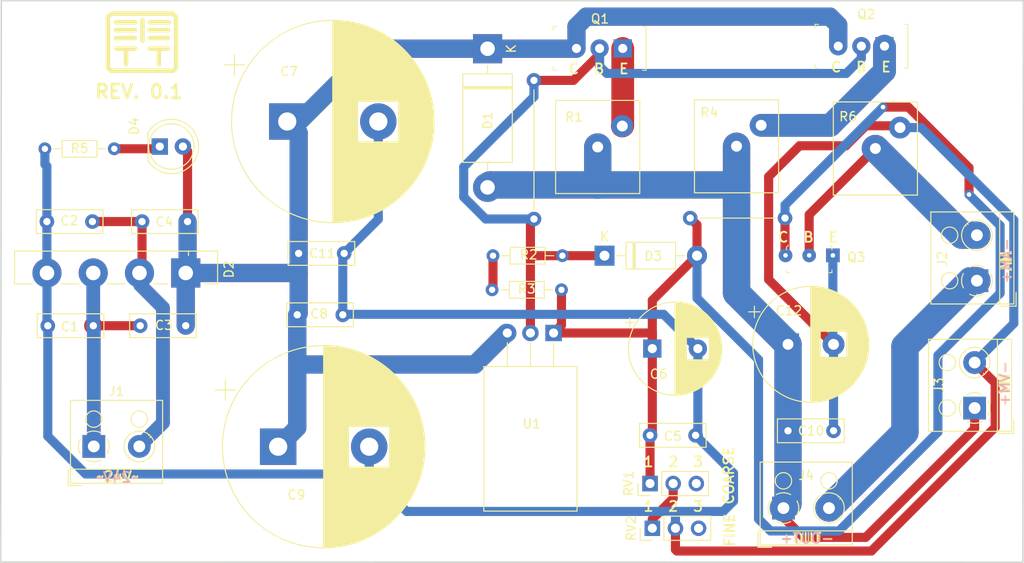
<source format=kicad_pcb>
(kicad_pcb (version 20171130) (host pcbnew "(5.1.12)-1")
  (layers (0 F.Cu signal) (31 B.Cu signal) (34 B.Paste user) (35 F.Paste user) (36 B.SilkS user) (37 F.SilkS user) (38 B.Mask user) (39 F.Mask user) (44 Edge.Cuts user))
  (net 0 "")
  (net 1 GND)
  (net 2 "Net-(C1-Pad1)")
  (net 3 "Net-(C2-Pad2)")
  (net 4 /V_REG_IN)
  (net 5 "Net-(C5-Pad1)")
  (net 6 "Net-(C10-Pad1)")
  (net 7 "Net-(D3-Pad1)")
  (net 8 "Net-(D4-Pad1)")
  (net 9 "Net-(Q1-Pad1)")
  (net 10 "Net-(Q2-Pad1)")
  (net 11 "Net-(R2-Pad2)")
  (net 12 "Net-(RV1-Pad2)")
  (net 13 "Net-(J2-Pad1)")
  (net 14 "Net-(J2-Pad2)")
  (module Resistor_THT:R_Axial_DIN0207_L6.3mm_D2.5mm_P15.24mm_Horizontal (layer F.Cu) (at 178.4 90.4 180)
    (fp_text reference REF**_7 hide)
    (fp_text value R_Axial_DIN0207_L6.3mm_D2.5mm_P15.24mm_Horizontal)
    (pad 1 thru_hole circle (at 4.826 0 180) (size 1.6 1.6) (drill 0.8) (layers *.Cu *.Mask) (net 5 "Net-(C5-Pad1)"))
    (pad 2 thru_hole oval (at 15.24 0 180) (size 1.6 1.6) (drill 0.8) (layers *.Cu *.Mask) (net 5 "Net-(C5-Pad1)"))
  )
  (module Resistor_THT:R_Axial_DIN0207_L6.3mm_D2.5mm_P15.24mm_Horizontal (layer F.Cu) (at 146 90.5 90)
    (fp_text reference REF**_6 hide)
    (fp_text value R_Axial_DIN0207_L6.3mm_D2.5mm_P15.24mm_Horizontal)
    (pad 2 thru_hole oval (at 15.24 0 90) (size 1.6 1.6) (drill 0.8) (layers *.Cu *.Mask) (net 7 "Net-(D3-Pad1)"))
    (pad 1 thru_hole circle (at 0 0 90) (size 1.6 1.6) (drill 0.8) (layers *.Cu *.Mask) (net 7 "Net-(D3-Pad1)"))
  )
  (module Capacitor_THT:CP_Radial_D12.5mm_P5.00mm (layer F.Cu) (at 173.902 104.282)
    (fp_text reference C12 (at 0.1 -3.7) (layer F.SilkS))
    (fp_text value 1000u/50V)
    (pad 1 thru_hole rect (at 0 0) (size 2.4 2.4) (drill 1.2) (layers *.Cu *.Mask) (net 6 "Net-(C10-Pad1)"))
    (pad 2 thru_hole circle (at 5 0) (size 2.4 2.4) (drill 1.2) (layers *.Cu *.Mask) (net 1 GND))
  )
  (module digikey_footprints.pretty:TO-92-3_Formed_Leads (layer F.Cu) (at 177.5 94.5 180)
    (fp_text reference Q3 (at -3.9 -0.2 180) (layer F.SilkS))
    (fp_text value BC337)
    (pad 2 thru_hole circle (at 1.27 0 180) (size 1.5 1.5) (drill 0.5) (layers *.Cu *.Mask) (net 14 "Net-(J2-Pad2)"))
    (pad 3 thru_hole circle (at 3.87 0 180) (size 1.5 1.5) (drill 0.5) (layers *.Cu *.Mask) (net 5 "Net-(C5-Pad1)"))
    (pad 1 thru_hole rect (at -1.33 0 180) (size 1.5 1.5) (drill 0.5) (layers *.Cu *.Mask) (net 1 GND))
  )
  (module Capacitor_THT:CP_Radial_D22.0mm_P10.00mm_SnapIn (layer F.Cu) (at 118.902 79.7825)
    (fp_text reference C7 (at 0.2 -5.5) (layer F.SilkS))
    (fp_text value 3300u/50V)
    (pad 2 thru_hole circle (at 10 0) (size 4 4) (drill 2) (layers *.Cu *.Mask) (net 1 GND))
    (pad 1 thru_hole rect (at 0 0) (size 4 4) (drill 2) (layers *.Cu *.Mask) (net 4 /V_REG_IN))
  )
  (module MountingHole:MountingHole_3.2mm_M3 (layer F.Cu) (at 196.25 123.75)
    (fp_text reference REF**_5 hide)
    (fp_text value MountingHole_3.2mm_M3)
    (pad 1 np_thru_hole circle (at 0 0) (size 3.2 3.2) (drill 3.2) (layers *.Cu *.Mask))
  )
  (module MountingHole:MountingHole_3.2mm_M3 (layer F.Cu) (at 196.25 70)
    (fp_text reference REF**_4 hide)
    (fp_text value MountingHole_3.2mm_M3)
    (pad 1 np_thru_hole circle (at 0 0) (size 3.2 3.2) (drill 3.2) (layers *.Cu *.Mask))
  )
  (module MountingHole:MountingHole_3.2mm_M3 (layer F.Cu) (at 91 70)
    (fp_text reference REF**_3 hide)
    (fp_text value MountingHole_3.2mm_M3)
    (pad 1 np_thru_hole circle (at 0 0) (size 3.2 3.2) (drill 3.2) (layers *.Cu *.Mask))
  )
  (module Diode_THT:D_DO-41_SOD81_P10.16mm_Horizontal (layer F.Cu) (at 153.75 94.5325)
    (fp_text reference D3 (at 5.35 0.05) (layer F.SilkS))
    (fp_text value 1N4007)
    (fp_text user K (at 0 -2.1) (layer F.SilkS))
    (pad 2 thru_hole oval (at 10.16 0) (size 2.2 2.2) (drill 1.1) (layers *.Cu *.Mask) (net 5 "Net-(C5-Pad1)"))
    (pad 1 thru_hole rect (at 0 0) (size 2.2 2.2) (drill 1.1) (layers *.Cu *.Mask) (net 7 "Net-(D3-Pad1)"))
  )
  (module Capacitor_THT:C_Rect_L7.2mm_W2.5mm_P5.00mm_FKS2_FKP2_MKS2_MKP2 (layer F.Cu) (at 97.6025 102.232 180)
    (fp_text reference C1 (at 2.6 -0.1 180) (layer F.SilkS))
    (fp_text value 0.1u/63V)
    (pad 2 thru_hole circle (at 5 0 180) (size 1.6 1.6) (drill 0.8) (layers *.Cu *.Mask) (net 1 GND))
    (pad 1 thru_hole circle (at 0 0 180) (size 1.6 1.6) (drill 0.8) (layers *.Cu *.Mask) (net 2 "Net-(C1-Pad1)"))
  )
  (module Capacitor_THT:C_Rect_L7.2mm_W2.5mm_P5.00mm_FKS2_FKP2_MKS2_MKP2 (layer F.Cu) (at 92.5025 90.7825)
    (fp_text reference C2 (at 2.45 -0.1) (layer F.SilkS))
    (fp_text value 0.1u/63V)
    (pad 1 thru_hole circle (at 0 0) (size 1.6 1.6) (drill 0.8) (layers *.Cu *.Mask) (net 1 GND))
    (pad 2 thru_hole circle (at 5 0) (size 1.6 1.6) (drill 0.8) (layers *.Cu *.Mask) (net 3 "Net-(C2-Pad2)"))
  )
  (module Capacitor_THT:C_Rect_L7.2mm_W2.5mm_P5.00mm_FKS2_FKP2_MKS2_MKP2 (layer F.Cu) (at 102.752 102.232)
    (fp_text reference C3 (at 2.6 -0.05) (layer F.SilkS))
    (fp_text value 0.1u/63V)
    (pad 1 thru_hole circle (at 0 0) (size 1.6 1.6) (drill 0.8) (layers *.Cu *.Mask) (net 2 "Net-(C1-Pad1)"))
    (pad 2 thru_hole circle (at 5 0) (size 1.6 1.6) (drill 0.8) (layers *.Cu *.Mask) (net 4 /V_REG_IN))
  )
  (module Capacitor_THT:C_Rect_L7.2mm_W2.5mm_P5.00mm_FKS2_FKP2_MKS2_MKP2 (layer F.Cu) (at 107.952 90.7825 180)
    (fp_text reference C4 (at 2.55 -0.05 180) (layer F.SilkS))
    (fp_text value 0.1u/63V)
    (pad 2 thru_hole circle (at 5 0 180) (size 1.6 1.6) (drill 0.8) (layers *.Cu *.Mask) (net 3 "Net-(C2-Pad2)"))
    (pad 1 thru_hole circle (at 0 0 180) (size 1.6 1.6) (drill 0.8) (layers *.Cu *.Mask) (net 4 /V_REG_IN))
  )
  (module Capacitor_THT:C_Rect_L7.2mm_W2.5mm_P5.00mm_FKS2_FKP2_MKS2_MKP2 (layer F.Cu) (at 158.75 114.282)
    (fp_text reference C5 (at 2.5 0.1) (layer F.SilkS))
    (fp_text value 0.1u/63V)
    (pad 1 thru_hole circle (at 0 0) (size 1.6 1.6) (drill 0.8) (layers *.Cu *.Mask) (net 5 "Net-(C5-Pad1)"))
    (pad 2 thru_hole circle (at 5 0) (size 1.6 1.6) (drill 0.8) (layers *.Cu *.Mask) (net 1 GND))
  )
  (module Capacitor_THT:CP_Radial_D10.0mm_P5.00mm (layer F.Cu) (at 159 104.75)
    (fp_text reference C6 (at 0.7 2.8) (layer F.SilkS))
    (fp_text value 150u/50V)
    (pad 1 thru_hole rect (at 0 0) (size 2 2) (drill 1) (layers *.Cu *.Mask) (net 5 "Net-(C5-Pad1)"))
    (pad 2 thru_hole circle (at 5 0) (size 2 2) (drill 1) (layers *.Cu *.Mask) (net 1 GND))
  )
  (module Capacitor_THT:C_Rect_L7.2mm_W2.5mm_P5.00mm_FKS2_FKP2_MKS2_MKP2 (layer F.Cu) (at 120 101.032)
    (fp_text reference C8 (at 2.4 -0.1) (layer F.SilkS))
    (fp_text value 0.1u/63V)
    (pad 2 thru_hole circle (at 5 0) (size 1.6 1.6) (drill 0.8) (layers *.Cu *.Mask) (net 1 GND))
    (pad 1 thru_hole circle (at 0 0) (size 1.6 1.6) (drill 0.8) (layers *.Cu *.Mask) (net 4 /V_REG_IN))
  )
  (module Capacitor_THT:CP_Radial_D22.0mm_P10.00mm_SnapIn (layer F.Cu) (at 117.902 115.532)
    (fp_text reference C9 (at 2 5.3) (layer F.SilkS))
    (fp_text value 3300u/50V)
    (pad 1 thru_hole rect (at 0 0) (size 4 4) (drill 2) (layers *.Cu *.Mask) (net 4 /V_REG_IN))
    (pad 2 thru_hole circle (at 10 0) (size 4 4) (drill 2) (layers *.Cu *.Mask) (net 1 GND))
  )
  (module Capacitor_THT:C_Rect_L7.2mm_W2.5mm_P5.00mm_FKS2_FKP2_MKS2_MKP2 (layer F.Cu) (at 173.902 113.782)
    (fp_text reference C10 (at 2.534999 0.0025) (layer F.SilkS))
    (fp_text value 0.1u/63V)
    (pad 2 thru_hole circle (at 5 0) (size 1.6 1.6) (drill 0.8) (layers *.Cu *.Mask) (net 1 GND))
    (pad 1 thru_hole circle (at 0 0) (size 1.6 1.6) (drill 0.8) (layers *.Cu *.Mask) (net 6 "Net-(C10-Pad1)"))
  )
  (module Capacitor_THT:C_Rect_L7.2mm_W2.5mm_P5.00mm_FKS2_FKP2_MKS2_MKP2 (layer F.Cu) (at 120.152 94.2825)
    (fp_text reference C11 (at 2.6 0) (layer F.SilkS))
    (fp_text value 0.1u/63V)
    (pad 1 thru_hole circle (at 0 0) (size 1.6 1.6) (drill 0.8) (layers *.Cu *.Mask) (net 4 /V_REG_IN))
    (pad 2 thru_hole circle (at 5 0) (size 1.6 1.6) (drill 0.8) (layers *.Cu *.Mask) (net 1 GND))
  )
  (module Diode_THT:D_DO-201AD_P15.24mm_Horizontal (layer F.Cu) (at 140.902 71.7825 270)
    (fp_text reference D1 (at 7.9 0 270) (layer F.SilkS))
    (fp_text value MUR420)
    (fp_text user K (at 0 -2.6 270) (layer F.SilkS))
    (pad 1 thru_hole rect (at 0 0 270) (size 3.2 3.2) (drill 1.6) (layers *.Cu *.Mask) (net 4 /V_REG_IN))
    (pad 2 thru_hole oval (at 15.24 0 270) (size 3.2 3.2) (drill 1.6) (layers *.Cu *.Mask) (net 6 "Net-(C10-Pad1)"))
  )
  (module Diode_THT:Diode_Bridge_Vishay_GBU (layer F.Cu) (at 107.752 96.4325 180)
    (fp_text reference D2 (at -4.7475 0.4 90) (layer F.SilkS))
    (fp_text value GBU8M)
    (pad 4 thru_hole circle (at 15.24 0 180) (size 3.2 3.2) (drill 1.6) (layers *.Cu *.Mask) (net 1 GND))
    (pad 3 thru_hole circle (at 10.16 0 180) (size 3.2 3.2) (drill 1.6) (layers *.Cu *.Mask) (net 2 "Net-(C1-Pad1)"))
    (pad 2 thru_hole circle (at 5.08 0 180) (size 3.2 3.2) (drill 1.6) (layers *.Cu *.Mask) (net 3 "Net-(C2-Pad2)"))
    (pad 1 thru_hole rect (at 0 0 180) (size 3.2 3.2) (drill 1.6) (layers *.Cu *.Mask) (net 4 /V_REG_IN))
  )
  (module LED_THT:LED_D5.0mm (layer F.Cu) (at 104.902 82.5325)
    (fp_text reference D4 (at -2.8025 -2.2325 270) (layer F.SilkS))
    (fp_text value PWR_LED)
    (pad 1 thru_hole rect (at 0 0) (size 1.8 1.8) (drill 0.9) (layers *.Cu *.Mask) (net 8 "Net-(D4-Pad1)"))
    (pad 2 thru_hole circle (at 2.54 0) (size 1.8 1.8) (drill 0.9) (layers *.Cu *.Mask) (net 4 /V_REG_IN))
  )
  (module TerminalBlock_RND:TerminalBlock_RND_205-00001_1x02_P5.00mm_Horizontal (layer F.Cu) (at 97.6525 115.5)
    (fp_text reference J1 (at 2.5 -6.06) (layer F.SilkS))
    (fp_text value "TR(24Vac)")
    (pad 2 thru_hole circle (at 5 0) (size 2.5 2.5) (drill 1.3) (layers *.Cu *.Mask) (net 3 "Net-(C2-Pad2)"))
    (pad 1 thru_hole rect (at 0 0) (size 2.5 2.5) (drill 1.3) (layers *.Cu *.Mask) (net 2 "Net-(C1-Pad1)"))
  )
  (module TerminalBlock_RND:TerminalBlock_RND_205-00001_1x02_P5.00mm_Horizontal (layer F.Cu) (at 194.652 97.2825 90)
    (fp_text reference J2 (at 2.4 -3.8 90) (layer F.SilkS))
    (fp_text value AMP_MEAS)
    (pad 1 thru_hole rect (at 0 0 90) (size 2.5 2.5) (drill 1.3) (layers *.Cu *.Mask) (net 13 "Net-(J2-Pad1)"))
    (pad 2 thru_hole circle (at 5 0 90) (size 2.5 2.5) (drill 1.3) (layers *.Cu *.Mask) (net 14 "Net-(J2-Pad2)"))
  )
  (module TerminalBlock_RND:TerminalBlock_RND_205-00001_1x02_P5.00mm_Horizontal (layer F.Cu) (at 194.402 111.282 90)
    (fp_text reference J3 (at 2.5 -3.9 90) (layer F.SilkS))
    (fp_text value VOLT_MEAS)
    (pad 1 thru_hole rect (at 0 0 90) (size 2.5 2.5) (drill 1.3) (layers *.Cu *.Mask) (net 6 "Net-(C10-Pad1)"))
    (pad 2 thru_hole circle (at 5 0 90) (size 2.5 2.5) (drill 1.3) (layers *.Cu *.Mask) (net 1 GND))
  )
  (module TerminalBlock_RND:TerminalBlock_RND_205-00001_1x02_P5.00mm_Horizontal (layer F.Cu) (at 173.402 122.282)
    (fp_text reference J4 (at 2.5 -3.6) (layer F.SilkS))
    (fp_text value V_REG_OUT)
    (pad 2 thru_hole circle (at 5 0) (size 2.5 2.5) (drill 1.3) (layers *.Cu *.Mask) (net 13 "Net-(J2-Pad1)"))
    (pad 1 thru_hole rect (at 0 0) (size 2.5 2.5) (drill 1.3) (layers *.Cu *.Mask) (net 6 "Net-(C10-Pad1)"))
  )
  (module digikey_footprints.pretty:TO-220-3 (layer F.Cu) (at 155.75 71.75 180)
    (fp_text reference Q1 (at 2.5 3.25 180) (layer F.SilkS))
    (fp_text value TIP41C)
    (pad 1 thru_hole rect (at 0 0 180) (size 2 2) (drill 1) (layers *.Cu *.Mask) (net 9 "Net-(Q1-Pad1)"))
    (pad 2 thru_hole circle (at 2.54 0 180) (size 2 2) (drill 1) (layers *.Cu *.Mask) (net 7 "Net-(D3-Pad1)"))
    (pad 3 thru_hole circle (at 5.08 0 180) (size 2 2) (drill 1) (layers *.Cu *.Mask) (net 4 /V_REG_IN))
  )
  (module digikey_footprints.pretty:TO-220-3 (layer F.Cu) (at 184.5 71.5 180)
    (fp_text reference Q2 (at 2 3.5 180) (layer F.SilkS))
    (fp_text value TIP41C)
    (pad 3 thru_hole circle (at 5.08 0 180) (size 2 2) (drill 1) (layers *.Cu *.Mask) (net 4 /V_REG_IN))
    (pad 2 thru_hole circle (at 2.54 0 180) (size 2 2) (drill 1) (layers *.Cu *.Mask) (net 7 "Net-(D3-Pad1)"))
    (pad 1 thru_hole rect (at 0 0 180) (size 2 2) (drill 1) (layers *.Cu *.Mask) (net 10 "Net-(Q2-Pad1)"))
  )
  (module Resistor_THT:R_Radial_Power_L9.0mm_W10.0mm_Px2.70mm_Py2.30mm (layer F.Cu) (at 153 82.5825)
    (fp_text reference R1 (at -2.6 -3.3) (layer F.SilkS))
    (fp_text value 0.12/5W)
    (pad 2 thru_hole circle (at 2.7 -2.3) (size 2.4 2.4) (drill 1.2) (layers *.Cu *.Mask) (net 9 "Net-(Q1-Pad1)"))
    (pad 1 thru_hole circle (at 0 0) (size 2.4 2.4) (drill 1.2) (layers *.Cu *.Mask) (net 6 "Net-(C10-Pad1)"))
  )
  (module Resistor_THT:R_Axial_DIN0204_L3.6mm_D1.6mm_P7.62mm_Horizontal (layer F.Cu) (at 149.12 94.5325 180)
    (fp_text reference R2 (at 3.7 0.1 180) (layer F.SilkS))
    (fp_text value 120)
    (pad 1 thru_hole circle (at 0 0 180) (size 1.4 1.4) (drill 0.7) (layers *.Cu *.Mask) (net 7 "Net-(D3-Pad1)"))
    (pad 2 thru_hole oval (at 7.62 0 180) (size 1.4 1.4) (drill 0.7) (layers *.Cu *.Mask) (net 11 "Net-(R2-Pad2)"))
  )
  (module Resistor_THT:R_Axial_DIN0204_L3.6mm_D1.6mm_P7.62mm_Horizontal (layer F.Cu) (at 141.402 98.2825)
    (fp_text reference R3 (at 3.8 -0.1) (layer F.SilkS))
    (fp_text value 120)
    (pad 1 thru_hole circle (at 0 0) (size 1.4 1.4) (drill 0.7) (layers *.Cu *.Mask) (net 11 "Net-(R2-Pad2)"))
    (pad 2 thru_hole oval (at 7.62 0) (size 1.4 1.4) (drill 0.7) (layers *.Cu *.Mask) (net 5 "Net-(C5-Pad1)"))
  )
  (module Resistor_THT:R_Radial_Power_L9.0mm_W10.0mm_Px2.70mm_Py2.30mm (layer F.Cu) (at 168.25 82.5)
    (fp_text reference R4 (at -3 -3.7) (layer F.SilkS))
    (fp_text value 0.12/5W)
    (pad 1 thru_hole circle (at 0 0) (size 2.4 2.4) (drill 1.2) (layers *.Cu *.Mask) (net 6 "Net-(C10-Pad1)"))
    (pad 2 thru_hole circle (at 2.7 -2.3) (size 2.4 2.4) (drill 1.2) (layers *.Cu *.Mask) (net 10 "Net-(Q2-Pad1)"))
  )
  (module Resistor_THT:R_Axial_DIN0204_L3.6mm_D1.6mm_P7.62mm_Horizontal (layer F.Cu) (at 99.9025 82.7825 180)
    (fp_text reference R5 (at 3.81 0.05 180) (layer F.SilkS))
    (fp_text value 6K8)
    (pad 2 thru_hole oval (at 7.62 0 180) (size 1.4 1.4) (drill 0.7) (layers *.Cu *.Mask) (net 1 GND))
    (pad 1 thru_hole circle (at 0 0 180) (size 1.4 1.4) (drill 0.7) (layers *.Cu *.Mask) (net 8 "Net-(D4-Pad1)"))
  )
  (module Connector_PinHeader_2.54mm:PinHeader_1x03_P2.54mm_Vertical (layer F.Cu) (at 158.75 119.582 90)
    (fp_text reference RV1 (at 0 -2.33 90) (layer F.SilkS))
    (fp_text value 5K)
    (pad 1 thru_hole rect (at 0 0 90) (size 1.7 1.7) (drill 1) (layers *.Cu *.Mask) (net 5 "Net-(C5-Pad1)"))
    (pad 2 thru_hole oval (at 0 2.54 90) (size 1.7 1.7) (drill 1) (layers *.Cu *.Mask) (net 12 "Net-(RV1-Pad2)"))
    (pad 3 thru_hole oval (at 0 5.08 90) (size 1.7 1.7) (drill 1) (layers *.Cu *.Mask))
  )
  (module Connector_PinHeader_2.54mm:PinHeader_1x03_P2.54mm_Vertical (layer F.Cu) (at 159 124.5 90)
    (fp_text reference RV2 (at 0 -2.33 90) (layer F.SilkS))
    (fp_text value 500)
    (pad 3 thru_hole oval (at 0 5.08 90) (size 1.7 1.7) (drill 1) (layers *.Cu *.Mask))
    (pad 2 thru_hole oval (at 0 2.54 90) (size 1.7 1.7) (drill 1) (layers *.Cu *.Mask) (net 1 GND))
    (pad 1 thru_hole rect (at 0 0 90) (size 1.7 1.7) (drill 1) (layers *.Cu *.Mask) (net 12 "Net-(RV1-Pad2)"))
  )
  (module Package_TO_SOT_THT:TO-220-3_Horizontal (layer F.Cu) (at 148.152 103.032 180)
    (fp_text reference U1 (at 2.4025 -9.9675 180) (layer F.SilkS))
    (fp_text value LM317)
    (pad 0 np_thru_hole oval (at 2.54 -16.66 180) (size 3.5 3.5) (drill 3.5) (layers *.Cu *.Mask))
    (pad 1 thru_hole rect (at 0 0 180) (size 1.8 1.8) (drill 1) (layers *.Cu *.Mask) (net 5 "Net-(C5-Pad1)"))
    (pad 2 thru_hole oval (at 2.54 0 180) (size 1.8 1.8) (drill 1) (layers *.Cu *.Mask) (net 7 "Net-(D3-Pad1)"))
    (pad 3 thru_hole oval (at 5.08 0 180) (size 1.8 1.8) (drill 1) (layers *.Cu *.Mask) (net 4 /V_REG_IN))
  )
  (module Resistor_THT:R_Radial_Power_L9.0mm_W10.0mm_Px2.70mm_Py2.30mm (layer F.Cu) (at 183.5 82.75)
    (fp_text reference R6 (at -3 -3.5) (layer F.SilkS))
    (fp_text value 0.12/5W)
    (pad 1 thru_hole circle (at 0 0) (size 2.4 2.4) (drill 1.2) (layers *.Cu *.Mask) (net 14 "Net-(J2-Pad2)"))
    (pad 2 thru_hole circle (at 2.7 -2.3) (size 2.4 2.4) (drill 1.2) (layers *.Cu *.Mask) (net 1 GND))
  )
  (module MountingHole:MountingHole_3.2mm_M3 (layer F.Cu) (at 91 123.5)
    (fp_text reference REF**_2 hide)
    (fp_text value MountingHole_3.2mm_M3)
    (pad 1 np_thru_hole circle (at 0 0) (size 3.2 3.2) (drill 3.2) (layers *.Cu *.Mask))
  )
  (module myfootprints.pretty:my_logo (layer F.Cu) (at 103 71.7)
    (fp_text reference REF** hide)
    (fp_text value my_logo hide)
  )
  (gr_text "1  2  3" (at 161.3 122.1) (layer F.SilkS) (effects (font (size 1.1 1.1) (thickness 0.2))))
  (gr_text "1  2  3" (at 161.3 117.2) (layer F.SilkS) (effects (font (size 1.1 1.1) (thickness 0.2))))
  (gr_text "C  B  E" (at 176.1 92.5) (layer F.SilkS) (effects (font (size 1.1 1.1) (thickness 0.2))))
  (gr_text "C  B  E" (at 181.9 73.8) (layer F.SilkS) (effects (font (size 1.1 1.1) (thickness 0.2))))
  (gr_text "C  B  E" (at 153.1 74) (layer F.SilkS) (effects (font (size 1.1 1.1) (thickness 0.2))))
  (gr_text "REV. 0.1" (at 102.6 76.5) (layer F.SilkS) (effects (font (size 1.5 1.5) (thickness 0.3))))
  (gr_text COARSE (at 167.4 118.7 90) (layer F.SilkS) (effects (font (size 1.1 1.1) (thickness 0.2))))
  (gr_text FINE (at 167.5 124.7 90) (layer F.SilkS) (effects (font (size 1.1 1.1) (thickness 0.2))))
  (gr_text -VM+ (at 197.7 108.6 90) (layer B.SilkS) (effects (font (size 1.1 1.1) (thickness 0.2)) (justify mirror)))
  (gr_text +VM- (at 197.7 108.6 90) (layer F.SilkS) (effects (font (size 1.1 1.1) (thickness 0.2))))
  (gr_text +AM- (at 197.9 95.1 90) (layer F.SilkS) (effects (font (size 1.1 1.1) (thickness 0.2))))
  (gr_text -AM+ (at 197.9 95.1 90) (layer B.SilkS) (effects (font (size 1.1 1.1) (thickness 0.2)) (justify mirror)))
  (gr_text ~~24V~~ (at 100.3 118.8) (layer F.SilkS) (effects (font (size 1.1 1.1) (thickness 0.2))))
  (gr_text ~~24V~~ (at 100.2 118.9) (layer B.SilkS) (effects (font (size 1.1 1.1) (thickness 0.2)) (justify mirror)))
  (gr_text -OUT+ (at 176 125.6) (layer B.SilkS) (effects (font (size 1.1 1.1) (thickness 0.2)) (justify mirror)))
  (gr_text +OUT- (at 176 125.6) (layer F.SilkS) (effects (font (size 1.1 1.1) (thickness 0.2))))
  (gr_line (start 87.4268 128.20904) (end 87.5 66.5) (layer Edge.Cuts) (width 0.15))
  (gr_line (start 199.69988 128.23444) (end 87.4268 128.20904) (layer Edge.Cuts) (width 0.15))
  (gr_line (start 199.75 66.5) (end 199.69988 128.23444) (layer Edge.Cuts) (width 0.15))
  (gr_line (start 87.5 66.5) (end 199.75 66.5) (layer Edge.Cuts) (width 0.15))
  (segment (start 194.402 106.282) (end 198.7013 101.9827) (width 1) (layer B.Cu) (net 1))
  (segment (start 198.7013 101.9827) (end 198.7013 90.6105) (width 1) (layer B.Cu) (net 1))
  (segment (start 198.7013 90.6105) (end 188.5408 80.45) (width 1) (layer B.Cu) (net 1))
  (segment (start 188.5408 80.45) (end 186.2 80.45) (width 1) (layer B.Cu) (net 1))
  (segment (start 161.54 122.6499) (end 166.7847 122.6499) (width 1) (layer B.Cu) (net 1))
  (segment (start 166.7847 122.6499) (end 167.9139 121.5207) (width 1) (layer B.Cu) (net 1))
  (segment (start 163.75 114.282) (end 167.9139 118.4459) (width 1) (layer B.Cu) (net 1))
  (segment (start 167.9139 118.4459) (end 167.9139 121.5207) (width 1) (layer B.Cu) (net 1))
  (segment (start 178.902 113.782) (end 178.902 104.282) (width 1) (layer B.Cu) (net 1))
  (segment (start 178.902 104.282) (end 178.83 104.21) (width 1) (layer B.Cu) (net 1))
  (segment (start 178.83 104.21) (end 178.83 94.5) (width 1) (layer B.Cu) (net 1))
  (segment (start 127.902 118.5326) (end 132.0193 122.6499) (width 1) (layer B.Cu) (net 1))
  (segment (start 132.0193 122.6499) (end 161.54 122.6499) (width 1) (layer B.Cu) (net 1))
  (segment (start 127.902 115.532) (end 127.902 118.5326) (width 1) (layer B.Cu) (net 1))
  (segment (start 127.902 118.5326) (end 96.7579 118.5326) (width 1) (layer B.Cu) (net 1))
  (segment (start 96.7579 118.5326) (end 92.6025 114.3772) (width 1) (layer B.Cu) (net 1))
  (segment (start 92.6025 114.3772) (end 92.6025 102.232) (width 1) (layer B.Cu) (net 1))
  (segment (start 92.6025 102.232) (end 92.512 102.1415) (width 1) (layer B.Cu) (net 1))
  (segment (start 92.512 102.1415) (end 92.512 96.4325) (width 1) (layer B.Cu) (net 1))
  (segment (start 125.152 94.2825) (end 128.902 90.5325) (width 1) (layer B.Cu) (net 1))
  (segment (start 128.902 90.5325) (end 128.902 79.7825) (width 1) (layer B.Cu) (net 1))
  (segment (start 125 101.032) (end 125 94.4345) (width 1) (layer B.Cu) (net 1))
  (segment (start 125 94.4345) (end 125.152 94.2825) (width 1) (layer B.Cu) (net 1))
  (segment (start 92.512 96.4325) (end 92.5025 96.423) (width 1) (layer B.Cu) (net 1))
  (segment (start 92.5025 96.423) (end 92.5025 90.7825) (width 1) (layer B.Cu) (net 1))
  (segment (start 164 104.75) (end 160.2315 100.9815) (width 1) (layer B.Cu) (net 1))
  (segment (start 160.2315 100.9815) (end 125.0505 100.9815) (width 1) (layer B.Cu) (net 1))
  (segment (start 125.0505 100.9815) (end 125 101.032) (width 1) (layer B.Cu) (net 1))
  (segment (start 163.75 114.282) (end 164 114.032) (width 1) (layer B.Cu) (net 1))
  (segment (start 164 114.032) (end 164 104.75) (width 1) (layer B.Cu) (net 1))
  (segment (start 92.2825 82.7825) (end 92.2825 84.4826) (width 1) (layer B.Cu) (net 1))
  (segment (start 92.2825 84.4826) (end 92.5025 84.7026) (width 1) (layer B.Cu) (net 1))
  (segment (start 92.5025 84.7026) (end 92.5025 90.7825) (width 1) (layer B.Cu) (net 1))
  (segment (start 161.54 124.5) (end 161.54 122.6499) (width 1) (layer B.Cu) (net 1))
  (segment (start 161.54 126.84) (end 161.54 124.5) (width 1) (layer F.Cu) (net 1))
  (segment (start 161.70001 127.00001) (end 161.54 126.84) (width 1) (layer F.Cu) (net 1))
  (segment (start 183.056359 127.00001) (end 161.70001 127.00001) (width 1) (layer F.Cu) (net 1))
  (segment (start 196.652001 113.404368) (end 183.056359 127.00001) (width 1) (layer F.Cu) (net 1))
  (segment (start 196.652001 108.532001) (end 196.652001 113.404368) (width 1) (layer F.Cu) (net 1))
  (segment (start 194.402 106.282) (end 196.652001 108.532001) (width 1) (layer F.Cu) (net 1))
  (segment (start 185.999964 80.249964) (end 186.2 80.45) (width 1) (layer F.Cu) (net 1))
  (segment (start 182.46445 80.249964) (end 185.999964 80.249964) (width 1) (layer F.Cu) (net 1))
  (segment (start 180.264404 82.45001) (end 182.46445 80.249964) (width 1) (layer F.Cu) (net 1))
  (segment (start 171.773999 85.842961) (end 175.16695 82.45001) (width 1) (layer F.Cu) (net 1))
  (segment (start 171.773999 97.153999) (end 171.773999 85.842961) (width 1) (layer F.Cu) (net 1))
  (segment (start 175.16695 82.45001) (end 180.264404 82.45001) (width 1) (layer F.Cu) (net 1))
  (segment (start 178.902 104.282) (end 171.773999 97.153999) (width 1) (layer F.Cu) (net 1))
  (segment (start 97.5925 99.3272) (end 97.592 99.3267) (width 1) (layer B.Cu) (net 2))
  (segment (start 97.592 99.3267) (end 97.592 96.4325) (width 1) (layer B.Cu) (net 2))
  (segment (start 97.5925 99.3272) (end 97.5925 102.222) (width 1.5) (layer B.Cu) (net 2))
  (segment (start 97.5925 96.4325) (end 97.5925 99.3272) (width 1.5) (layer B.Cu) (net 2))
  (segment (start 97.5925 99.3272) (end 97.592 99.3267) (width 1) (layer F.Cu) (net 2))
  (segment (start 97.592 99.3267) (end 97.592 96.4325) (width 1) (layer F.Cu) (net 2))
  (segment (start 97.5925 99.3272) (end 97.5925 102.222) (width 1.5) (layer F.Cu) (net 2))
  (segment (start 97.5925 96.4325) (end 97.5925 99.3272) (width 1.5) (layer F.Cu) (net 2))
  (segment (start 97.6525 115.5) (end 97.6525 102.282) (width 1.5) (layer F.Cu) (net 2))
  (segment (start 97.6525 102.282) (end 97.6025 102.232) (width 1.5) (layer F.Cu) (net 2))
  (segment (start 102.752 102.232) (end 97.6025 102.232) (width 1) (layer F.Cu) (net 2))
  (segment (start 97.5925 102.222) (end 97.6025 102.232) (width 2) (layer F.Cu) (net 2))
  (segment (start 97.6525 115.5) (end 97.6525 102.282) (width 1.5) (layer B.Cu) (net 2))
  (segment (start 97.6525 102.282) (end 97.6025 102.232) (width 1.5) (layer B.Cu) (net 2))
  (segment (start 102.6525 115.4995) (end 102.6525 115.5) (width 1) (layer B.Cu) (net 3))
  (segment (start 102.6525 115.4995) (end 105.25 112.902) (width 1.5) (layer B.Cu) (net 3))
  (segment (start 105.25 112.902) (end 105.25 100.25) (width 1.5) (layer B.Cu) (net 3))
  (segment (start 105.25 100.25) (end 102.75 97.75) (width 1.5) (layer B.Cu) (net 3))
  (segment (start 102.75 97.75) (end 102.75 96.51) (width 1.5) (layer B.Cu) (net 3))
  (segment (start 102.75 96.51) (end 102.672 96.4325) (width 1.5) (layer B.Cu) (net 3))
  (segment (start 102.652 115.5) (end 102.6525 115.4995) (width 1.5) (layer B.Cu) (net 3))
  (segment (start 102.952 90.7825) (end 102.952 96.1525) (width 1) (layer F.Cu) (net 3))
  (segment (start 102.952 96.1525) (end 102.672 96.4325) (width 1) (layer F.Cu) (net 3))
  (segment (start 97.5025 90.7825) (end 102.952 90.7825) (width 1) (layer F.Cu) (net 3))
  (segment (start 102.652 115.5) (end 105.25 112.902) (width 1.5) (layer F.Cu) (net 3))
  (segment (start 105.25 112.902) (end 105.25 100.25) (width 1.5) (layer F.Cu) (net 3))
  (segment (start 105.25 100.25) (end 102.75 97.75) (width 1.5) (layer F.Cu) (net 3))
  (segment (start 102.75 97.75) (end 102.75 96.51) (width 1.5) (layer F.Cu) (net 3))
  (segment (start 102.75 96.51) (end 102.672 96.4325) (width 1.5) (layer F.Cu) (net 3))
  (segment (start 120.152 96.5) (end 120.152 100.88) (width 2) (layer B.Cu) (net 4))
  (segment (start 120.152 100.88) (end 120 101.032) (width 2) (layer B.Cu) (net 4))
  (segment (start 120.152 94.2825) (end 120.152 96.5) (width 2) (layer B.Cu) (net 4))
  (segment (start 120.152 96.5) (end 120.152 100.88) (width 2) (layer F.Cu) (net 4))
  (segment (start 120.152 100.88) (end 120 101.032) (width 2) (layer F.Cu) (net 4))
  (segment (start 107.752 96.4325) (end 120.085 96.4325) (width 2) (layer F.Cu) (net 4))
  (segment (start 120.085 96.4325) (end 120.152 96.5) (width 2) (layer F.Cu) (net 4))
  (segment (start 107.952 90.7825) (end 107.952 96.2325) (width 2) (layer F.Cu) (net 4))
  (segment (start 107.952 96.2325) (end 107.752 96.4325) (width 2) (layer F.Cu) (net 4))
  (segment (start 107.752 102.232) (end 107.752 96.4325) (width 2) (layer F.Cu) (net 4))
  (segment (start 120.152 94.2825) (end 120.152 81.0325) (width 2) (layer F.Cu) (net 4))
  (segment (start 120.152 81.0325) (end 118.902 79.7825) (width 2) (layer F.Cu) (net 4))
  (segment (start 120 106.5) (end 120 113.435) (width 2) (layer F.Cu) (net 4))
  (segment (start 120 113.435) (end 117.902 115.532) (width 2) (layer F.Cu) (net 4))
  (segment (start 140.902 71.7825) (end 150.638 71.7825) (width 2) (layer F.Cu) (net 4))
  (segment (start 150.638 71.7825) (end 150.67 71.75) (width 2) (layer F.Cu) (net 4))
  (segment (start 120 101.032) (end 120 106.5) (width 2) (layer F.Cu) (net 4))
  (segment (start 179.42 71.5) (end 179.42 69.17) (width 2) (layer F.Cu) (net 4))
  (segment (start 179.42 69.17) (end 178.5 68.25) (width 2) (layer F.Cu) (net 4))
  (segment (start 178.5 68.25) (end 151.75 68.25) (width 2) (layer F.Cu) (net 4))
  (segment (start 151.75 68.25) (end 150.67 69.33) (width 2) (layer F.Cu) (net 4))
  (segment (start 150.67 69.33) (end 150.67 71.75) (width 2) (layer F.Cu) (net 4))
  (segment (start 120 106.5) (end 120 113.435) (width 2) (layer B.Cu) (net 4))
  (segment (start 120 113.435) (end 117.902 115.532) (width 2) (layer B.Cu) (net 4))
  (segment (start 107.952 90.7825) (end 107.952 96.2325) (width 2) (layer B.Cu) (net 4))
  (segment (start 107.952 96.2325) (end 107.752 96.4325) (width 2) (layer B.Cu) (net 4))
  (segment (start 140.902 71.7825) (end 150.638 71.7825) (width 2) (layer B.Cu) (net 4))
  (segment (start 150.638 71.7825) (end 150.67 71.75) (width 2) (layer B.Cu) (net 4))
  (segment (start 107.752 102.232) (end 107.752 96.4325) (width 2) (layer B.Cu) (net 4))
  (segment (start 120.152 94.2825) (end 120.152 81.0325) (width 2) (layer B.Cu) (net 4))
  (segment (start 120.152 81.0325) (end 118.902 79.7825) (width 2) (layer B.Cu) (net 4))
  (segment (start 120 101.032) (end 120 106.5) (width 2) (layer B.Cu) (net 4))
  (segment (start 179.42 71.5) (end 179.42 69.17) (width 2) (layer B.Cu) (net 4))
  (segment (start 179.42 69.17) (end 178.5 68.25) (width 2) (layer B.Cu) (net 4))
  (segment (start 178.5 68.25) (end 151.75 68.25) (width 2) (layer B.Cu) (net 4))
  (segment (start 151.75 68.25) (end 150.67 69.33) (width 2) (layer B.Cu) (net 4))
  (segment (start 150.67 69.33) (end 150.67 71.75) (width 2) (layer B.Cu) (net 4))
  (segment (start 120.152 94.2825) (end 120.152 96.5) (width 2) (layer F.Cu) (net 4))
  (segment (start 107.752 96.4325) (end 120.085 96.4325) (width 2) (layer B.Cu) (net 4))
  (segment (start 120.085 96.4325) (end 120.152 96.5) (width 2) (layer B.Cu) (net 4))
  (segment (start 107.952 90.7825) (end 107.952 83.0425) (width 1) (layer F.Cu) (net 4))
  (segment (start 107.952 83.0425) (end 107.442 82.5325) (width 1) (layer F.Cu) (net 4))
  (segment (start 143.072 103.032) (end 142.968 103.032) (width 2) (layer F.Cu) (net 4))
  (segment (start 142.968 103.032) (end 139.5 106.5) (width 2) (layer F.Cu) (net 4))
  (segment (start 139.5 106.5) (end 120 106.5) (width 2) (layer F.Cu) (net 4))
  (segment (start 143.072 103.032) (end 142.968 103.032) (width 2) (layer B.Cu) (net 4))
  (segment (start 142.968 103.032) (end 139.5 106.5) (width 2) (layer B.Cu) (net 4))
  (segment (start 139.5 106.5) (end 120 106.5) (width 2) (layer B.Cu) (net 4))
  (segment (start 140.902 71.7825) (end 128.218 71.7825) (width 2) (layer F.Cu) (net 4))
  (segment (start 128.218 71.7825) (end 120.218 79.7825) (width 2) (layer F.Cu) (net 4))
  (segment (start 120.218 79.7825) (end 118.902 79.7825) (width 2) (layer F.Cu) (net 4))
  (segment (start 140.902 71.7825) (end 128.218 71.7825) (width 2) (layer B.Cu) (net 4))
  (segment (start 128.218 71.7825) (end 120.218 79.7825) (width 2) (layer B.Cu) (net 4))
  (segment (start 120.218 79.7825) (end 118.902 79.7825) (width 2) (layer B.Cu) (net 4))
  (segment (start 184.337 78.2005) (end 187.12 78.2005) (width 1) (layer F.Cu) (net 5))
  (segment (start 187.12 78.2005) (end 193.7848 84.8653) (width 1) (layer F.Cu) (net 5))
  (segment (start 193.7848 84.8653) (end 193.7848 87.8155) (width 1) (layer F.Cu) (net 5))
  (segment (start 173.574 90.4) (end 173.574 88.9635) (width 1) (layer B.Cu) (net 5))
  (segment (start 173.574 88.9635) (end 184.337 78.2005) (width 1) (layer B.Cu) (net 5))
  (segment (start 193.7848 87.8155) (end 197.2012 91.2319) (width 1) (layer B.Cu) (net 5))
  (segment (start 197.2012 91.2319) (end 197.2012 98.6575) (width 1) (layer B.Cu) (net 5))
  (segment (start 197.2012 98.6575) (end 190.368 105.4907) (width 1) (layer B.Cu) (net 5))
  (segment (start 190.368 105.4907) (end 190.368 113.9224) (width 1) (layer B.Cu) (net 5))
  (segment (start 190.368 113.9224) (end 179.4957 124.7947) (width 1) (layer B.Cu) (net 5))
  (segment (start 179.4957 124.7947) (end 171.9834 124.7947) (width 1) (layer B.Cu) (net 5))
  (segment (start 171.9834 124.7947) (end 170.6656 123.4769) (width 1) (layer B.Cu) (net 5))
  (segment (start 170.6656 123.4769) (end 170.6656 105.9576) (width 1) (layer B.Cu) (net 5))
  (segment (start 170.6656 105.9576) (end 163.91 99.202) (width 1) (layer B.Cu) (net 5))
  (segment (start 163.91 99.202) (end 163.91 94.5325) (width 1) (layer B.Cu) (net 5))
  (segment (start 173.574 90.4) (end 173.574 94.444) (width 1) (layer F.Cu) (net 5))
  (segment (start 173.574 94.444) (end 173.63 94.5) (width 1) (layer F.Cu) (net 5))
  (segment (start 159 103.032) (end 159 104.75) (width 1) (layer F.Cu) (net 5))
  (segment (start 148.152 103.032) (end 159 103.032) (width 1) (layer F.Cu) (net 5))
  (segment (start 159 103.032) (end 159 99.4425) (width 1) (layer F.Cu) (net 5))
  (segment (start 159 99.4425) (end 163.91 94.5325) (width 1) (layer F.Cu) (net 5))
  (segment (start 159 104.75) (end 159 103.032) (width 1) (layer F.Cu) (net 5))
  (segment (start 149.022 98.2825) (end 149.022 102.162) (width 1) (layer F.Cu) (net 5))
  (segment (start 149.022 102.162) (end 148.152 103.032) (width 1) (layer F.Cu) (net 5))
  (segment (start 159 104.75) (end 159 114.032) (width 1) (layer F.Cu) (net 5))
  (segment (start 159 114.032) (end 158.75 114.282) (width 1) (layer F.Cu) (net 5))
  (segment (start 158.75 114.282) (end 158.75 119.582) (width 1) (layer F.Cu) (net 5))
  (segment (start 163.942 94.5) (end 163.91 94.5325) (width 1) (layer F.Cu) (net 5))
  (segment (start 163.91 94.5325) (end 163.91 91.15) (width 1) (layer F.Cu) (net 5))
  (segment (start 163.91 91.15) (end 163.16 90.4) (width 1) (layer F.Cu) (net 5))
  (via (at 193.7848 87.8155) (size 1) (layers F.Cu B.Cu) (net 5))
  (via (at 184.337 78.2005) (size 1) (layers F.Cu B.Cu) (net 5))
  (segment (start 168.25 86.75) (end 168.25 98.63) (width 3) (layer B.Cu) (net 6))
  (segment (start 168.25 98.63) (end 173.902 104.282) (width 3) (layer B.Cu) (net 6))
  (segment (start 168.25 82.5) (end 168.25 86.75) (width 3) (layer B.Cu) (net 6))
  (segment (start 173.902 104.282) (end 173.902 113.782) (width 3) (layer B.Cu) (net 6))
  (segment (start 153 82.5825) (end 153 86.7725) (width 3) (layer B.Cu) (net 6))
  (segment (start 153 86.7725) (end 152.978 86.75) (width 3) (layer B.Cu) (net 6))
  (segment (start 152.978 86.75) (end 141.175 86.75) (width 3) (layer B.Cu) (net 6))
  (segment (start 141.175 86.75) (end 140.902 87.0225) (width 3) (layer B.Cu) (net 6))
  (segment (start 173.902 113.782) (end 173.902 121.782) (width 3) (layer B.Cu) (net 6))
  (segment (start 173.902 121.782) (end 173.402 122.282) (width 3) (layer B.Cu) (net 6))
  (segment (start 153 86.7725) (end 153.022 86.75) (width 3) (layer B.Cu) (net 6))
  (segment (start 153.022 86.75) (end 168.25 86.75) (width 3) (layer B.Cu) (net 6))
  (segment (start 153 86.7725) (end 153.022 86.75) (width 3) (layer F.Cu) (net 6))
  (segment (start 153.022 86.75) (end 168.25 86.75) (width 3) (layer F.Cu) (net 6))
  (segment (start 153 86.7725) (end 152.978 86.75) (width 3) (layer F.Cu) (net 6))
  (segment (start 152.978 86.75) (end 141.175 86.75) (width 3) (layer F.Cu) (net 6))
  (segment (start 141.175 86.75) (end 140.902 87.0225) (width 3) (layer F.Cu) (net 6))
  (segment (start 153 82.5825) (end 153 86.7725) (width 3) (layer F.Cu) (net 6))
  (segment (start 173.902 104.282) (end 173.902 113.782) (width 3) (layer F.Cu) (net 6))
  (segment (start 173.902 113.782) (end 173.902 121.782) (width 3) (layer F.Cu) (net 6))
  (segment (start 173.902 121.782) (end 173.402 122.282) (width 3) (layer F.Cu) (net 6))
  (segment (start 168.25 82.5) (end 168.25 86.75) (width 3) (layer F.Cu) (net 6))
  (segment (start 168.25 86.75) (end 168.25 98.63) (width 3) (layer F.Cu) (net 6))
  (segment (start 168.25 98.63) (end 173.902 104.282) (width 3) (layer F.Cu) (net 6))
  (segment (start 194.402 111.282) (end 194.402 113.532) (width 1) (layer F.Cu) (net 6))
  (segment (start 194.402 113.532) (end 182.435 125.5) (width 1) (layer F.Cu) (net 6))
  (segment (start 182.435 125.5) (end 175.6 125.5) (width 1) (layer F.Cu) (net 6))
  (segment (start 175.6 125.5) (end 173.402 123.302) (width 1) (layer F.Cu) (net 6))
  (segment (start 173.402 123.302) (end 173.402 122.282) (width 1) (layer F.Cu) (net 6))
  (segment (start 146 75.26) (end 146 77.0601) (width 1) (layer B.Cu) (net 7))
  (segment (start 146 90.5) (end 140.7021 90.5) (width 1) (layer B.Cu) (net 7))
  (segment (start 140.7021 90.5) (end 138.2844 88.0823) (width 1) (layer B.Cu) (net 7))
  (segment (start 138.2844 88.0823) (end 138.2844 84.7757) (width 1) (layer B.Cu) (net 7))
  (segment (start 138.2844 84.7757) (end 146 77.0601) (width 1) (layer B.Cu) (net 7))
  (segment (start 149.12 94.5325) (end 153.75 94.5325) (width 1) (layer F.Cu) (net 7))
  (segment (start 146 75.26) (end 150.34 75.26) (width 1) (layer F.Cu) (net 7))
  (segment (start 150.34 75.26) (end 153.21 72.39) (width 1) (layer F.Cu) (net 7))
  (segment (start 153.21 72.39) (end 153.21 71.75) (width 1) (layer F.Cu) (net 7))
  (segment (start 145.612 94.5) (end 145.612 90.8875) (width 1) (layer F.Cu) (net 7))
  (segment (start 145.612 90.8875) (end 146 90.5) (width 1) (layer F.Cu) (net 7))
  (segment (start 149.12 94.5325) (end 145.645 94.5325) (width 1) (layer F.Cu) (net 7))
  (segment (start 145.645 94.5325) (end 145.612 94.5) (width 1) (layer F.Cu) (net 7))
  (segment (start 145.612 103.032) (end 145.612 94.5) (width 1) (layer F.Cu) (net 7))
  (segment (start 153.21 71.75) (end 153.21 73.71) (width 1) (layer B.Cu) (net 7))
  (segment (start 153.21 73.71) (end 154 74.5) (width 1) (layer B.Cu) (net 7))
  (segment (start 154 74.5) (end 180.3 74.5) (width 1) (layer B.Cu) (net 7))
  (segment (start 180.3 74.5) (end 181.96 72.84) (width 1) (layer B.Cu) (net 7))
  (segment (start 181.96 72.84) (end 181.96 71.5) (width 1) (layer B.Cu) (net 7))
  (segment (start 99.9025 82.7825) (end 104.652 82.7825) (width 1) (layer F.Cu) (net 8))
  (segment (start 104.652 82.7825) (end 104.902 82.5325) (width 1) (layer F.Cu) (net 8))
  (segment (start 155.7 80.2825) (end 155.75 80.2325) (width 2.5) (layer F.Cu) (net 9))
  (segment (start 155.75 80.2325) (end 155.75 71.75) (width 2.5) (layer F.Cu) (net 9))
  (segment (start 184.5 71.5) (end 184.5 74.25) (width 2.5) (layer F.Cu) (net 10))
  (segment (start 184.5 74.25) (end 178.55 80.2) (width 2.5) (layer F.Cu) (net 10))
  (segment (start 178.55 80.2) (end 170.95 80.2) (width 2.5) (layer F.Cu) (net 10))
  (segment (start 184.5 71.5) (end 184.5 74.25) (width 2.5) (layer B.Cu) (net 10))
  (segment (start 184.5 74.25) (end 178.55 80.2) (width 2.5) (layer B.Cu) (net 10))
  (segment (start 178.55 80.2) (end 170.95 80.2) (width 2.5) (layer B.Cu) (net 10))
  (segment (start 141.5 94.5325) (end 141.5 98.185) (width 1) (layer F.Cu) (net 11))
  (segment (start 141.5 98.185) (end 141.402 98.2825) (width 1) (layer F.Cu) (net 11))
  (segment (start 161.29 119.582) (end 161.29 121.21) (width 1) (layer F.Cu) (net 12))
  (segment (start 161.29 121.21) (end 159 123.5) (width 1) (layer F.Cu) (net 12))
  (segment (start 159 123.5) (end 159 124.5) (width 1) (layer F.Cu) (net 12))
  (segment (start 178.402 122.282) (end 186.75 113.935) (width 3) (layer B.Cu) (net 13))
  (segment (start 186.75 113.935) (end 186.75 104.5) (width 3) (layer B.Cu) (net 13))
  (segment (start 186.75 104.5) (end 193.968 97.2825) (width 3) (layer B.Cu) (net 13))
  (segment (start 193.968 97.2825) (end 194.652 97.2825) (width 3) (layer B.Cu) (net 13))
  (segment (start 178.402 122.282) (end 186.75 113.935) (width 3) (layer F.Cu) (net 13))
  (segment (start 186.75 113.935) (end 186.75 104.5) (width 3) (layer F.Cu) (net 13))
  (segment (start 186.75 104.5) (end 193.968 97.2825) (width 3) (layer F.Cu) (net 13))
  (segment (start 193.968 97.2825) (end 194.652 97.2825) (width 3) (layer F.Cu) (net 13))
  (segment (start 176.23 94.5) (end 176.23 90.02) (width 1) (layer F.Cu) (net 14))
  (segment (start 176.23 90.02) (end 183.5 82.75) (width 1) (layer F.Cu) (net 14))
  (segment (start 194.652 92.2825) (end 193.032 92.2825) (width 3) (layer F.Cu) (net 14))
  (segment (start 193.032 92.2825) (end 183.5 82.75) (width 3) (layer F.Cu) (net 14))
  (segment (start 194.652 92.2825) (end 193.032 92.2825) (width 3) (layer B.Cu) (net 14))
  (segment (start 193.032 92.2825) (end 183.5 82.75) (width 3) (layer B.Cu) (net 14))
)
</source>
